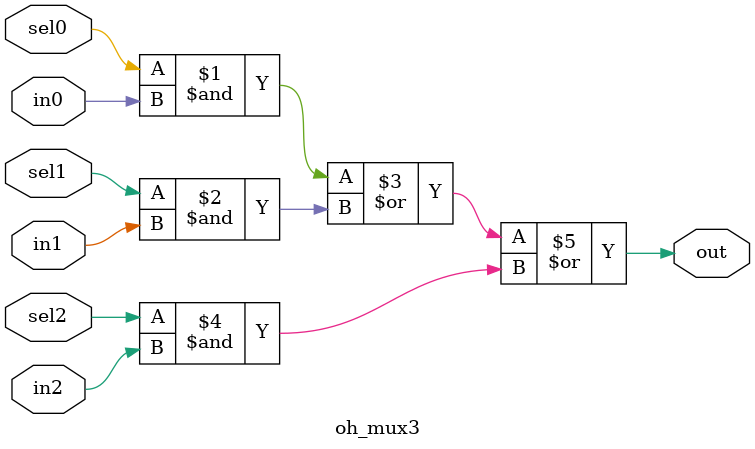
<source format=v>


module oh_mux3 #(parameter N = 1 ) // width of mux
   (
    input 	    sel2,
    input 	    sel1,
    input 	    sel0,
    input [N-1:0]  in2,
    input [N-1:0]  in1,
    input [N-1:0]  in0,
    output [N-1:0] out  //selected data output
    );

   assign out[N-1:0] = ({(N){sel0}} & in0[N-1:0] |
			 {(N){sel1}} & in1[N-1:0] |
			 {(N){sel2}} & in2[N-1:0]);

endmodule // oh_mux3

</source>
